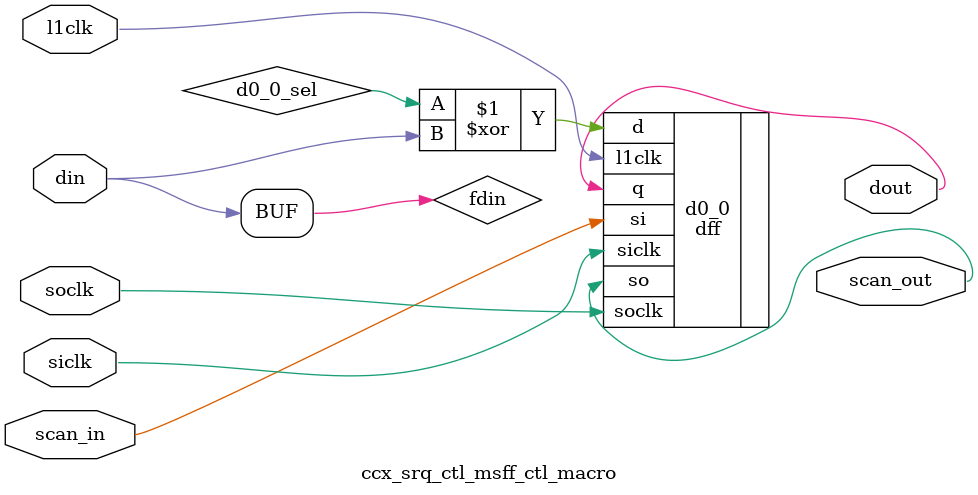
<source format=v>
`ifndef FPGA
module ccx_srq_ctl (
  qfull_a, 
  qfullbar_a, 
  qsel0_a, 
  qsel1_a, 
  shift_a, 
  q0_holdbar_a, 
  atom_x, 
  req_a, 
  atom_a, 
  grant_a, 
  l1clk, 
  scan_in, 
  ccx_aclk, 
  ccx_bclk, 
  scan_out);
wire siclk;
wire soclk;
wire dff_grant_x_scanin;
wire dff_grant_x_scanout;
wire grant_x;
wire atom_rq_a;
wire atom_rq_x;
wire dff_atom_rq_x_scanin;
wire dff_atom_rq_x_scanout;
wire dff_qfull_a_scanin;
wire dff_qfull_a_scanout;
wire qfull;
wire req_new;
wire v0_in;
wire v0;
wire v1;
wire v1_in;
wire qfullbar;
wire dff_v0_scanin;
wire dff_v0_scanout;
wire dff_v1_scanin;
wire dff_v1_scanout;
wire dff_qfullbar_a_scanin;
wire dff_qfullbar_a_scanout;
wire av0_in;
wire av0;
wire av1;
wire av1_in;
wire aqsel0_a;
wire aqsel1_a;
wire ashift_a;
wire dff_av0_scanin;
wire dff_av0_scanout;
wire dff_av1_scanin;
wire dff_av1_scanout;
wire atom1_in;
wire atom1;
wire dff_atom1_scanin;
wire dff_atom1_scanout;
wire atom0_in;
wire atom0;
wire dff_atom0_scanin;
wire dff_atom0_scanout;

 
output	qfull_a;
output	qfullbar_a;
output	qsel0_a;
output	qsel1_a;
output	shift_a;
output	q0_holdbar_a;
output	atom_x;
   
input	req_a;
input	atom_a;
input	grant_a;
 
//Globals
input           l1clk;
input           scan_in;
input           ccx_aclk;
input           ccx_bclk;
output          scan_out;

// scan renames
assign siclk = ccx_aclk;
assign soclk = ccx_bclk;
// end scan


// latch the grant
// grant is generated in the same cycle as req_a.
// The data corresponding to the grant is consumed from the queues
// in next cycle. grant_x is used to update the FIFO.
ccx_srq_ctl_msff_ctl_macro dff_grant_x  
  (
   .scan_in(dff_grant_x_scanin),
   .scan_out(dff_grant_x_scanout),
   .din           (grant_a),
   .dout          (grant_x),
   .l1clk         (l1clk),
  .siclk(siclk),
  .soclk(soclk)
   ,.d0_0_sel(dff_grant_x_d0_0_sel),.d0_0_sel(dff_grant_x_d0_0_sel));


// set up state to detect an atomic request and hold it until queue stays
// full. The atomic requests are guaranteed to be back-to-back.
// On PCX, an atomic req will not be made unless queue  is empty.
// On CPX, L2 can make the req when queue is not full (it need not be empty). 
// In this case atom_rq_a will get set after the first packet is accepted. It will
// stay set until the queue remains full. When the queue goes not full, the
// next packet (second part of the atomic req) will  get accepted and a req
// will be generated for it. At the same time atom_rq_a will be cleared.
// 
// ideally the setting should be qualified with !qfull, but it is not needed
// since design guarantees that LSU and L2 will not make an atomic request
// unless the queue is not full.

//assign atom_rq_a = atom_a & req_a | atom_rq_x & qfull_a;
assign atom_rq_a = atom_a & req_a & ~qfull_a | atom_rq_x & qfull_a;

ccx_srq_ctl_msff_ctl_macro dff_atom_rq_x  
  (
   .scan_in(dff_atom_rq_x_scanin),
   .scan_out(dff_atom_rq_x_scanout),
   .din           (atom_rq_a),
   .dout          (atom_rq_x),
   .l1clk         (l1clk),
  .siclk(siclk),
  .soclk(soclk)
,.d0_0_sel(dff_atom_rq_x_d0_0_sel),.d0_0_sel(dff_atom_rq_x_d0_0_sel));

ccx_srq_ctl_msff_ctl_macro dff_qfull_a
  (
   .scan_in(dff_qfull_a_scanin),
   .scan_out(dff_qfull_a_scanout),
   .din           (qfull),
   .dout          (qfull_a),
   .l1clk         (l1clk),
  .siclk(siclk),
  .soclk(soclk)
,.d0_0_sel(dff_qfull_a_d0_0_sel),.d0_0_sel(dff_qfull_a_d0_0_sel));

// req_new indicates that a valid request is presented with FIFO not full.
assign req_new = (atom_rq_x | req_a) & ~qfull_a;

// v0 and v1 are the valids for queue entries q0 and q1
//
// v1_in does not include the term (v1 & v0 & req_new & grant_x) 
// because with v1 set, the queue would be full.
// No new requests can be accepted if v1 is set. This is because the source
// continues to drive the request until the cycle after grant_x. Accepting
// a request in the cycle of grant_x will result in same request being
// latched twice in the FIFO.

assign v0_in = ((~v0 & req_new) | (v0 & req_new & grant_x) | (v1 & grant_x) | (v0 & ~grant_x));
assign v1_in = ((v0 & req_new & ~grant_x) | (v1 & ~grant_x));



// qsel0 is the mux select which loads incoming new data into q0
// shift_a is the mux select whicl loads q1 data into q0
// qsel1 is the enable for q1
// speed these up by using earlier versions of the signals
//assign qsel0 = (~v0 & req_new) | (v0 & req_new & grant_x) 
//             = req_new & (~v0 | v0 & grant_x) 
//             = req_new & (~v0 | grant_x);
assign qsel0_a = req_new & (~v0 | grant_x);
assign shift_a = v1 & grant_x;
assign q0_holdbar_a = ~(~qsel0_a & ~shift_a);

assign qsel1_a = v0 & req_new & ~grant_x;
assign qfull = v1_in;
assign qfullbar = ~v1_in;

ccx_srq_ctl_msff_ctl_macro dff_v0
  (
   .scan_in(dff_v0_scanin),
   .scan_out(dff_v0_scanout),
   .din           (v0_in),
   .dout             (v0),
   .l1clk         (l1clk),
  .siclk(siclk),
  .soclk(soclk)
,.d0_0_sel(dff_v0_d0_0_sel),.d0_0_sel(dff_v0_d0_0_sel));
ccx_srq_ctl_msff_ctl_macro dff_v1
  (
   .scan_in(dff_v1_scanin),
   .scan_out(dff_v1_scanout),
   .din           (v1_in),
   .dout             (v1),
   .l1clk         (l1clk),
  .siclk(siclk),
  .soclk(soclk)
,.d0_0_sel(dff_v1_d0_0_sel),.d0_0_sel(dff_v1_d0_0_sel));

ccx_srq_ctl_msff_ctl_macro dff_qfullbar_a
  (
   .scan_in(dff_qfullbar_a_scanin),
   .scan_out(dff_qfullbar_a_scanout),
   .din           (qfullbar),
   .dout          (qfullbar_a),
   .l1clk         (l1clk),
  .siclk(siclk),
  .soclk(soclk)
,.d0_0_sel(dff_qfullbar_a_d0_0_sel),.d0_0_sel(dff_qfullbar_a_d0_0_sel));

// Atomic flag tracking
// Should place this in the dp FIFO.

// This queue has different timing then the data queue
// The atomic request indicator comes one cycle earlier than data, along with the request.
// Also, on a "grant", the queue shifts very next cycle.

// ideally this should be:
// the term (~av0 & req_new & ~grant_a) allows for the fact that if a grant_a comes with ~av0 & req_new, then the
// request does not get latched in the FIFO. Basically in this case, the arbiter processes the request directly out
// of the input register.
assign av0_in = ((~av0 & req_new & ~grant_a) | (av0 & ~av1 & req_new & grant_a) | (av1 & grant_a) | (av0 & ~grant_a));
assign av1_in = ((av0 & req_new & ~grant_a) | (av1 & ~grant_a));

assign aqsel0_a = (req_new &  ~av0 ) | (req_new & av0 &  ~av1 & grant_a);	
assign aqsel1_a = (req_new & av0  &  ~grant_a);

assign ashift_a = av1 & grant_a;

ccx_srq_ctl_msff_ctl_macro dff_av0
  (
   .scan_in(dff_av0_scanin),
   .scan_out(dff_av0_scanout),
   .din           (av0_in),
   .dout             (av0),
   .l1clk         (l1clk),
  .siclk(siclk),
  .soclk(soclk)
,.d0_0_sel(dff_av0_d0_0_sel),.d0_0_sel(dff_av0_d0_0_sel));
ccx_srq_ctl_msff_ctl_macro dff_av1
  (
   .scan_in(dff_av1_scanin),
   .scan_out(dff_av1_scanout),
   .din           (av1_in),
   .dout             (av1),
   .l1clk         (l1clk),
  .siclk(siclk),
  .soclk(soclk)
,.d0_0_sel(dff_av1_d0_0_sel),.d0_0_sel(dff_av1_d0_0_sel));

assign atom1_in = (aqsel1_a  & atom_a) | (~aqsel1_a & atom1);	

ccx_srq_ctl_msff_ctl_macro dff_atom1   (
	.scan_in(dff_atom1_scanin),
	.scan_out(dff_atom1_scanout),
	.din           (atom1_in),
	.dout          (atom1),
	.l1clk         (l1clk),
  .siclk(siclk),
  .soclk(soclk)
,.d0_0_sel(dff_atom1_d0_0_sel),.d0_0_sel(dff_atom1_d0_0_sel));


assign atom0_in = (aqsel0_a  & atom_a) | (ashift_a & atom1) | (~aqsel0_a &  ~ ashift_a & atom0);	

ccx_srq_ctl_msff_ctl_macro dff_atom0   (
	.scan_in(dff_atom0_scanin),
	.scan_out(dff_atom0_scanout),
	.din           (atom0_in),
	.dout          (atom0),
	.l1clk         (l1clk),
  .siclk(siclk),
  .soclk(soclk)
,.d0_0_sel(dff_atom0_d0_0_sel),.d0_0_sel(dff_atom0_d0_0_sel));


assign atom_x = atom0;

// fixscan start:
assign dff_grant_x_scanin        = scan_in                  ;
assign dff_atom_rq_x_scanin      = dff_grant_x_scanout      ;
assign dff_qfull_a_scanin        = dff_atom_rq_x_scanout    ;
assign dff_v0_scanin             = dff_qfull_a_scanout      ;
assign dff_v1_scanin             = dff_v0_scanout           ;
assign dff_qfullbar_a_scanin     = dff_v1_scanout           ;
assign dff_av0_scanin            = dff_qfullbar_a_scanout   ;
assign dff_av1_scanin            = dff_av0_scanout          ;
assign dff_atom1_scanin          = dff_av1_scanout          ;
assign dff_atom0_scanin          = dff_atom1_scanout        ;
assign scan_out                  = dff_atom0_scanout        ;
// fixscan end:
endmodule 







// any PARAMS parms go into naming of macro

module ccx_srq_ctl_msff_ctl_macro (
  din, 
  l1clk, 
  scan_in, 
  siclk, 
  soclk, 
  dout, 
  scan_out);
wire [0:0] fdin;

  input [0:0] din;
  input l1clk;
  input scan_in;


  input siclk;
  input soclk;

  output [0:0] dout;
  output scan_out;
assign fdin[0:0] = din[0:0];






dff #(1)  d0_0 (
.l1clk(l1clk),
.siclk(siclk),
.soclk(soclk),
.d(d0_0_sel ^ fdin[0:0]),
.si(scan_in),
.so(scan_out),
.q(dout[0:0])
);












endmodule







`endif // `ifndef FPGA

`ifdef FPGA
// No timescale specified
module ccx_srq_ctl(qfull_a, qfullbar_a, qsel0_a, qsel1_a, shift_a, q0_holdbar_a,
	atom_x, req_a, atom_a, grant_a, l1clk, scan_in, ccx_aclk, ccx_bclk, 
	scan_out);

	output			qfull_a;
	output			qfullbar_a;
	output			qsel0_a;
	output			qsel1_a;
	output			shift_a;
	output			q0_holdbar_a;
	output			atom_x;
	input			req_a;
	input			atom_a;
	input			grant_a;
	input			l1clk;
	input			scan_in;
	input			ccx_aclk;
	input			ccx_bclk;
	output			scan_out;

	wire			siclk;
	wire			soclk;
	wire			dff_grant_x_scanin;
	wire			dff_grant_x_scanout;
	wire			grant_x;
	wire			atom_rq_a;
	wire			atom_rq_x;
	wire			dff_atom_rq_x_scanin;
	wire			dff_atom_rq_x_scanout;
	wire			dff_qfull_a_scanin;
	wire			dff_qfull_a_scanout;
	wire			qfull;
	wire			req_new;
	wire			v0_in;
	wire			v0;
	wire			v1;
	wire			v1_in;
	wire			qfullbar;
	wire			dff_v0_scanin;
	wire			dff_v0_scanout;
	wire			dff_v1_scanin;
	wire			dff_v1_scanout;
	wire			dff_qfullbar_a_scanin;
	wire			dff_qfullbar_a_scanout;
	wire			av0_in;
	wire			av0;
	wire			av1;
	wire			av1_in;
	wire			aqsel0_a;
	wire			aqsel1_a;
	wire			ashift_a;
	wire			dff_av0_scanin;
	wire			dff_av0_scanout;
	wire			dff_av1_scanin;
	wire			dff_av1_scanout;
	wire			atom1_in;
	wire			atom1;
	wire			dff_atom1_scanin;
	wire			dff_atom1_scanout;
	wire			atom0_in;
	wire			atom0;
	wire			dff_atom0_scanin;
	wire			dff_atom0_scanout;

	assign siclk = ccx_aclk;
	assign soclk = ccx_bclk;
	assign atom_rq_a = (((atom_a & req_a) & (~qfull_a)) | (atom_rq_x & 
		qfull_a));
	assign req_new = ((atom_rq_x | req_a) & (~qfull_a));
	assign v0_in = (((((~v0) & req_new) | ((v0 & req_new) & grant_x)) | (v1 
		& grant_x)) | (v0 & (~grant_x)));
	assign v1_in = (((v0 & req_new) & (~grant_x)) | (v1 & (~grant_x)));
	assign qsel0_a = (req_new & ((~v0) | grant_x));
	assign shift_a = (v1 & grant_x);
	assign q0_holdbar_a = (~((~qsel0_a) & (~shift_a)));
	assign qsel1_a = ((v0 & req_new) & (~grant_x));
	assign qfull = v1_in;
	assign qfullbar = (~v1_in);
	assign av0_in = ((((((~av0) & req_new) & (~grant_a)) | (((av0 & (~av1)) 
		& req_new) & grant_a)) | (av1 & grant_a)) | (av0 & (~grant_a)));
	assign av1_in = (((av0 & req_new) & (~grant_a)) | (av1 & (~grant_a)));
	assign aqsel0_a = ((req_new & (~av0)) | (((req_new & av0) & (~av1)) & 
		grant_a));
	assign aqsel1_a = ((req_new & av0) & (~grant_a));
	assign ashift_a = (av1 & grant_a);
	assign atom1_in = ((aqsel1_a & atom_a) | ((~aqsel1_a) & atom1));
	assign atom0_in = (((aqsel0_a & atom_a) | (ashift_a & atom1)) | (((~
		aqsel0_a) & (~ashift_a)) & atom0));
	assign atom_x = atom0;
	assign dff_grant_x_scanin = scan_in;
	assign dff_atom_rq_x_scanin = dff_grant_x_scanout;
	assign dff_qfull_a_scanin = dff_atom_rq_x_scanout;
	assign dff_v0_scanin = dff_qfull_a_scanout;
	assign dff_v1_scanin = dff_v0_scanout;
	assign dff_qfullbar_a_scanin = dff_v1_scanout;
	assign dff_av0_scanin = dff_qfullbar_a_scanout;
	assign dff_av1_scanin = dff_av0_scanout;
	assign dff_atom1_scanin = dff_av1_scanout;
	assign dff_atom0_scanin = dff_atom1_scanout;
	assign scan_out = dff_atom0_scanout;

	msff_ctl_macro dff_grant_x(
		.scan_in			(dff_grant_x_scanin), 
		.scan_out			(dff_grant_x_scanout), 
		.din				(grant_a), 
		.dout				(grant_x), 
		.l1clk				(l1clk), 
		.siclk				(siclk), 
		.soclk				(soclk));
	msff_ctl_macro dff_atom_rq_x(
		.scan_in			(dff_atom_rq_x_scanin), 
		.scan_out			(dff_atom_rq_x_scanout), 
		.din				(atom_rq_a), 
		.dout				(atom_rq_x), 
		.l1clk				(l1clk), 
		.siclk				(siclk), 
		.soclk				(soclk));
	msff_ctl_macro dff_qfull_a(
		.scan_in			(dff_qfull_a_scanin), 
		.scan_out			(dff_qfull_a_scanout), 
		.din				(qfull), 
		.dout				(qfull_a), 
		.l1clk				(l1clk), 
		.siclk				(siclk), 
		.soclk				(soclk));
	msff_ctl_macro dff_v0(
		.scan_in			(dff_v0_scanin), 
		.scan_out			(dff_v0_scanout), 
		.din				(v0_in), 
		.dout				(v0), 
		.l1clk				(l1clk), 
		.siclk				(siclk), 
		.soclk				(soclk));
	msff_ctl_macro dff_v1(
		.scan_in			(dff_v1_scanin), 
		.scan_out			(dff_v1_scanout), 
		.din				(v1_in), 
		.dout				(v1), 
		.l1clk				(l1clk), 
		.siclk				(siclk), 
		.soclk				(soclk));
	msff_ctl_macro dff_qfullbar_a(
		.scan_in			(dff_qfullbar_a_scanin), 
		.scan_out			(dff_qfullbar_a_scanout), 
		.din				(qfullbar), 
		.dout				(qfullbar_a), 
		.l1clk				(l1clk), 
		.siclk				(siclk), 
		.soclk				(soclk));
	msff_ctl_macro dff_av0(
		.scan_in			(dff_av0_scanin), 
		.scan_out			(dff_av0_scanout), 
		.din				(av0_in), 
		.dout				(av0), 
		.l1clk				(l1clk), 
		.siclk				(siclk), 
		.soclk				(soclk));
	msff_ctl_macro dff_av1(
		.scan_in			(dff_av1_scanin), 
		.scan_out			(dff_av1_scanout), 
		.din				(av1_in), 
		.dout				(av1), 
		.l1clk				(l1clk), 
		.siclk				(siclk), 
		.soclk				(soclk));
	msff_ctl_macro dff_atom1(
		.scan_in			(dff_atom1_scanin), 
		.scan_out			(dff_atom1_scanout), 
		.din				(atom1_in), 
		.dout				(atom1), 
		.l1clk				(l1clk), 
		.siclk				(siclk), 
		.soclk				(soclk));
	msff_ctl_macro dff_atom0(
		.scan_in			(dff_atom0_scanin), 
		.scan_out			(dff_atom0_scanout), 
		.din				(atom0_in), 
		.dout				(atom0), 
		.l1clk				(l1clk), 
		.siclk				(siclk), 
		.soclk				(soclk));
endmodule

`endif // `ifdef FPGA


</source>
